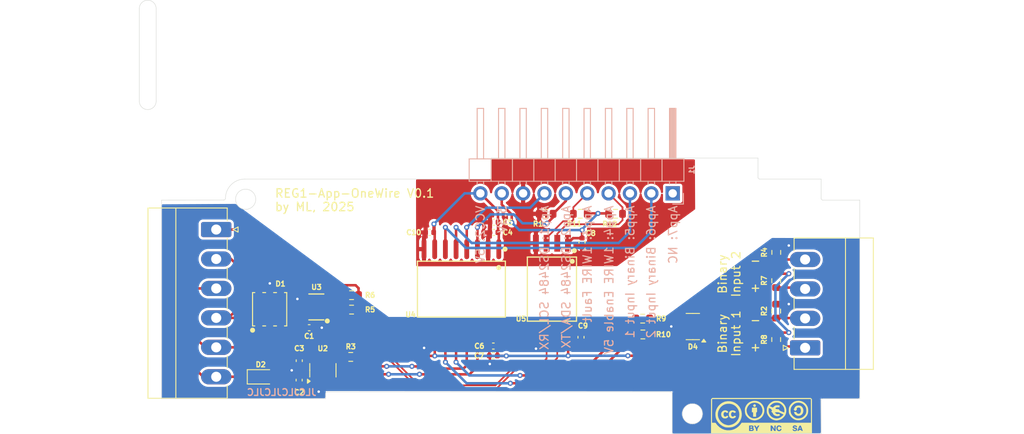
<source format=kicad_pcb>
(kicad_pcb (version 20241229) (generator "pcbnew") (generator_version "9.0")
  (title_block (date "2024-12-03") (rev "V01.10"))
  (layers (0 "F.Cu" signal) (2 "B.Cu" signal) (13 "F.Paste" user) (15 "B.Paste" user) (5 "F.SilkS" user "F.Silkscreen") (7 "B.SilkS" user "B.Silkscreen") (1 "F.Mask" user) (3 "B.Mask" user) (25 "Edge.Cuts" user))
  (net 0 "")
  (net 1 "/OneWire/VCC2")
  (net 2 "/OneWire/I2C1_SDA")
  (net 3 "/OneWire/I2C1_SCL")
  (net 4 "/OneWire/1WIRE_GND")
  (net 7 "/OneWire/1WIRE_VDD")
  (net 8 "Net-(D1-P$4)")
  (net 9 "GND_ISO")
  (net 10 "VCC2_ISO")
  (net 11 "MIC2090_FAULT")
  (net 13 "Net-(D2-A)")
  (net 14 "/OneWire/1WIRE_DATA")
  (net 15 "/OneWire/1WIRE_FAULT")
  (net 16 "/OneWire/1WIRE_ENABLE_5V")
  (net 17 "/OneWire/GND")
  (net 18 "/OneWire/3V3")
  (net 19 "MIC2090_EN")
  (net 20 "/OneWire/BI2")
  (net 21 "/OneWire/BI1")
  (net 22 "Net-(U3-SDA)")
  (net 23 "Net-(U3-SCL)")
  (net 24 "/OneWire/BI1_ISO")
  (net 25 "/OneWire/BI2_ISO")
  (net 26 "Net-(U4-VI3)")
  (net 27 "Net-(U4-VI4)")
  (net 28 "Net-(J2-Pin_3)")
  (net 29 "Net-(J2-Pin_1)")
  (footprint "Capacitor_SMD:C_0402_1005Metric" (layer "F.Cu") (at 109.43 113.6)
    (property "Reference" "C7")
    (property "Value" "10uF/6.3V")
  )
  (footprint "EasyEdaLibary:DS9503P+" (layer "F.Cu") (at 82.85 108.0731)
    (property "Reference" "D1")
    (property "Value" "DS9503P+")
  )
  (footprint "Resistor_SMD:R_0603_1608Metric" (layer "F.Cu") (at 143.07 101.315 -90)
    (property "Reference" "R4")
    (property "Value" "820")
  )
  (footprint "Resistor_SMD:R_0603_1608Metric" (layer "F.Cu") (at 127.215 111.07 180)
    (property "Reference" "R10")
    (property "Value" "100")
  )
  (footprint "Capacitor_SMD:C_0402_1005Metric" (layer "F.Cu") (at 109.5 98.94 180)
    (property "Reference" "C4")
    (property "Value" "10uF/6.3V")
  )
  (footprint "Resistor_SMD:R_0603_1608Metric" (layer "F.Cu") (at 92.59 108.12 180)
    (property "Reference" "R5")
    (property "Value" "10K")
  )
  (footprint "Capacitor_SMD:C_0402_1005Metric" (layer "F.Cu") (at 87.5518 110.27 180)
    (property "Reference" "C1")
    (property "Value" "100nF")
  )
  (footprint "Capacitor_SMD:C_0402_1005Metric" (layer "F.Cu") (at 109.52 97.73 180)
    (property "Reference" "C5")
    (property "Value" "100nF")
  )
  (footprint "Capacitor_SMD:C_0402_1005Metric" (layer "F.Cu") (at 101.87 98.94 180)
    (property "Reference" "C10")
    (property "Value" "100nF")
  )
  (footprint "Resistor_SMD:R_0603_1608Metric" (layer "F.Cu") (at 127.19 109.19 180)
    (property "Reference" "R9")
    (property "Value" "100")
  )
  (footprint "Connector_Phoenix_MC:PhoenixContact_MC_1,5_6-G-3.5_1x06_P3.50mm_Horizontal" (layer "F.Cu") (at 76.5 98.6 -90)
    (property "Reference" "J10" (hide yes))
    (property "Value" "Conn_01x06")
  )
  (footprint "Resistor_SMD:R_0603_1608Metric" (layer "F.Cu") (at 92.59 106.4 180)
    (property "Reference" "R6")
    (property "Value" "10K")
  )
  (footprint "Resistor_SMD:R_0603_1608Metric" (layer "F.Cu") (at 143.06 104.675 -90)
    (property "Reference" "R7")
    (property "Value" "470")
  )
  (footprint "Resistor_SMD:R_0603_1608Metric" (layer "F.Cu") (at 115.715 96.73 180)
    (property "Reference" "R1")
    (property "Value" "10K")
  )
  (footprint "Resistor_SMD:R_0603_1608Metric" (layer "F.Cu") (at 123.97 96.73)
    (property "Reference" "R12")
    (property "Value" "10K")
  )
  (footprint "Connector_Phoenix_MC:PhoenixContact_MC_1,5_4-G-3.5_1x04_P3.50mm_Horizontal" (layer "F.Cu") (at 146.5 112.66 90)
    (property "Reference" "J2" (hide yes))
    (property "Value" "Conn_01x04")
  )
  (footprint "Capacitor_SMD:C_0402_1005Metric" (layer "F.Cu") (at 86.37 114.19 -90)
    (property "Reference" "C3")
    (property "Value" "10uF/6.3V")
  )
  (footprint "Diode_SMD:D_SOD-323" (layer "F.Cu") (at 81.8025 116.11)
    (property "Reference" "D2")
    (property "Value" "1N5819WS")
  )
  (footprint "Package_TO_SOT_SMD:SOT-23-3" (layer "F.Cu") (at 133.1525 110.13 180)
    (property "Reference" "D4")
    (property "Value" "ESDA5V3L")
  )
  (footprint "Resistor_SMD:R_0603_1608Metric" (layer "F.Cu") (at 119.775 96.73 180)
    (property "Reference" "R11")
    (property "Value" "10K")
  )
  (footprint "EasyEdaLibary:DS2484R+T" (layer "F.Cu") (at 88.4009 107.8 90)
    (property "Reference" "U3")
    (property "Value" "DS2484R+T")
  )
  (footprint "Capacitor_SMD:C_0402_1005Metric" (layer "F.Cu") (at 86.36 116.495 90)
    (property "Reference" "C2")
    (property "Value" "10uF/6.3V")
  )
  (footprint "Package_TO_SOT_SMD:SOT-23-5" (layer "F.Cu") (at 89.18 115.3275 90)
    (property "Reference" "U2")
    (property "Value" "MIC2090-1YM5")
  )
  (footprint "Capacitor_SMD:C_0402_1005Metric" (layer "F.Cu") (at 119.86 111.4 90)
    (property "Reference" "C9")
    (property "Value" "0,1uF")
  )
  (footprint "Resistor_SMD:R_0603_1608Metric" (layer "F.Cu") (at 92.49 113.74)
    (property "Reference" "R3")
    (property "Value" "10K")
  )
  (footprint "OpenKNX:CC-BY-NY-SA_12x4" (layer "F.Cu") (at 141.3 120.7)
    (property "Reference" "G*")
    (property "Value" "LOGO" (hide yes))
  )
  (footprint "Resistor_SMD:R_0603_1608Metric" (layer "F.Cu") (at 143.06 108.295 -90)
    (property "Reference" "R2")
    (property "Value" "820")
  )
  (footprint "EasyEdaLibary:CA-IS3643HVW (C7422549)" (layer "F.Cu") (at 105.645 105.6797 180)
    (property "Reference" "U4")
    (property "Value" "CA-IS3643HVW")
  )
  (footprint "Capacitor_SMD:C_0402_1005Metric" (layer "F.Cu") (at 109.44 112.45)
    (property "Reference" "C6")
    (property "Value" "100nF")
  )
  (footprint "Capacitor_SMD:C_0402_1005Metric" (layer "F.Cu") (at 119.98 100.1 -90)
    (property "Reference" "C8")
    (property "Value" "0,1uF")
  )
  (footprint "EasyEdaLibary:CA-IS3020G (C5156914)" (layer "F.Cu") (at 116.405 105.6797 180)
    (property "Reference" "U5")
    (property "Value" "CA-IS3020G")
  )
  (footprint "Resistor_SMD:R_0603_1608Metric" (layer "F.Cu") (at 143.06 111.675 -90)
    (property "Reference" "R8")
    (property "Value" "470")
  )
  (footprint "Connector_PinHeader_2.54mm:PinHeader_1x10_P2.54mm_Horizontal" (layer "B.Cu") (at 130.76 94.3 90)
    (property "Reference" "J1")
    (property "Value" "REG1_App_Connector")
  )
  (gr_line (start 130.5 117.9) (end 89.7 117.9) (stroke (width 0.05)) (layer "Edge.Cuts"))
  (gr_line (start 89.5 118.7) (end 70 118.7) (stroke (width 0.05)) (layer "Edge.Cuts"))
  (gr_line (start 153 95.1) (end 153 118.7) (stroke (width 0.05)) (layer "Edge.Cuts"))
  (gr_line (start 70 95.1) (end 70 118.7) (stroke (width 0.05)) (layer "Edge.Cuts"))
  (gr_line (start 109.2 90.1) (end 140.9 90.1) (stroke (width 0.05)) (layer "Edge.Cuts"))
  (gr_arc (start 141.1 92.6) (mid 140.958579 92.541421) (end 140.9 92.4) (stroke (width 0.05)) (layer "Edge.Cuts"))
  (gr_line (start 70 95.1) (end 77.4 95.091005) (stroke (width 0.05)) (layer "Edge.Cuts"))
  (gr_line (start 148.4 118.9) (end 148.4 122.9) (stroke (width 0.05)) (layer "Edge.Cuts"))
  (gr_arc (start 148.6 95.1) (mid 148.458579 95.041421) (end 148.4 94.9) (stroke (width 0.05)) (layer "Edge.Cuts"))
  (gr_line (start 153 118.7) (end 148.6 118.7) (stroke (width 0.05)) (layer "Edge.Cuts"))
  (gr_line (start 109.2 90.1) (end 109.2 92.4) (stroke (width 0.05)) (layer "Edge.Cuts"))
  (gr_line (start 109 92.6) (end 79.9 92.6) (stroke (width 0.05)) (layer "Edge.Cuts"))
  (gr_line (start 153 95.1) (end 148.6 95.1) (stroke (width 0.05)) (layer "Edge.Cuts"))
  (gr_circle (center 80 95) (end 81.2 95) (stroke (width 0.05)) (fill no) (layer "Edge.Cuts"))
  (gr_arc (start 148.4 118.9) (mid 148.458579 118.758579) (end 148.6 118.7) (stroke (width 0.05)) (layer "Edge.Cuts"))
  (gr_circle (center 133.1 120.5) (end 133.1 121.7) (stroke (width 0.05)) (fill no) (layer "Edge.Cuts"))
  (gr_line (start 67.36 83.34) (end 67.36 72.34) (stroke (width 0.05)) (layer "Edge.Cuts"))
  (gr_line (start 141.1 92.6) (end 148.4 92.6) (stroke (width 0.05)) (layer "Edge.Cuts"))
  (gr_line (start 148.4 122.9) (end 130.7 122.9) (stroke (width 0.05)) (layer "Edge.Cuts"))
  (gr_line (start 89.5 118.7) (end 89.5 118.1) (stroke (width 0.05)) (layer "Edge.Cuts"))
  (gr_arc (start 67.36 72.34) (mid 68.36 71.34) (end 69.36 72.34) (stroke (width 0.05)) (layer "Edge.Cuts"))
  (gr_arc (start 109.2 92.4) (mid 109.141421 92.541421) (end 109 92.6) (stroke (width 0.05)) (layer "Edge.Cuts"))
  (gr_arc (start 130.5 117.9) (mid 130.641421 117.958579) (end 130.7 118.1) (stroke (width 0.05)) (layer "Edge.Cuts"))
  (gr_line (start 69.36 72.34) (end 69.36 83.34) (stroke (width 0.05)) (layer "Edge.Cuts"))
  (gr_arc (start 77.6 94.9) (mid 78.273654 93.273654) (end 79.9 92.6) (stroke (width 0.05)) (layer "Edge.Cuts"))
  (gr_line (start 130.7 122.9) (end 130.7 118.1) (stroke (width 0.05)) (layer "Edge.Cuts"))
  (gr_arc (start 77.591005 94.9) (mid 77.535061 95.035061) (end 77.4 95.091005) (stroke (width 0.05)) (layer "Edge.Cuts"))
  (gr_line (start 148.4 94.9) (end 148.4 92.6) (stroke (width 0.05)) (layer "Edge.Cuts"))
  (gr_arc (start 89.5 118.1) (mid 89.558579 117.958579) (end 89.7 117.9) (stroke (width 0.05)) (layer "Edge.Cuts"))
  (gr_line (start 140.9 90.1) (end 140.9 92.4) (stroke (width 0.05)) (layer "Edge.Cuts"))
  (gr_arc (start 69.36 83.34) (mid 68.36 84.34) (end 67.36 83.34) (stroke (width 0.05)) (layer "Edge.Cuts"))
  (gr_text "-\n\n+" (at 139.88 106.09 0) (layer "F.SilkS") (effects (font (size 1 1)) (justify left bottom)))
  (gr_text "Binary\nInput 1" (at 138.88 110.96 90) (layer "F.SilkS") (effects (font (size 1 1)) (justify bottom)))
  (gr_text "REG1-App-OneWire V0.1\nby ML, 2025" (at 83.4 95.1 0) (layer "F.SilkS") (effects (font (size 1 1)) (justify left)))
  (gr_text "Binary\nInput 2" (at 138.88 103.89 90) (layer "F.SilkS") (effects (font (size 1 1)) (justify bottom)))
  (gr_text "-\n\n+" (at 139.88 113.16 0) (layer "F.SilkS") (effects (font (size 1 1)) (justify left bottom)))
  (gr_text "3.3V" (at 110.5 95.66 90) (layer "B.SilkS") (effects (font (size 1 1)) (justify left mirror)))
  (gr_text "App2: DS2484 SDA/TX" (at 118.1 95.66 90) (layer "B.SilkS") (effects (font (size 1 1)) (justify left mirror)))
  (gr_text "App5: Binary Input 1" (at 125.7 95.66 90) (layer "B.SilkS") (effects (font (size 1 1)) (justify left mirror)))
  (gr_text "App4: 1WIRE Enable 5V" (at 123.2 95.66 90) (layer "B.SilkS") (effects (font (size 1 1)) (justify left mirror)))
  (gr_text "App3: 1WIRE Fault" (at 120.62 95.66 90) (layer "B.SilkS") (effects (font (size 1 1)) (justify left mirror)))
  (gr_text "App6: Binary Input 2" (at 128.2 95.66 90) (layer "B.SilkS") (effects (font (size 1 1)) (justify left mirror)))
  (gr_text "VCC2: 5V" (at 107.9 95.66 90) (layer "B.SilkS") (effects (font (size 1 1)) (justify left mirror)))
  (gr_text "App7: NC" (at 130.8 95.66 90) (layer "B.SilkS") (effects (font (size 1 1)) (justify left mirror)))
  (gr_text "App1: DS2484 SCL/RX" (at 115.5 95.66 90) (layer "B.SilkS") (effects (font (size 1 1)) (justify left mirror)))
  (gr_text "JLCJLCJLCJLC" (at 88.5 117.95 0) (layer "B.SilkS") (effects (font (size 0.8 0.8) (thickness 0.16) (bold yes)) (justify left mirror)))
  (segment (start 102.39 97.95) (end 102.38 97.94) (width 0.4) (layer "F.Cu") (net 1))
  (segment (start 110.0899 100.9294) (end 110.0899 99.0299) (width 0.3) (layer "F.Cu") (net 1))
  (segment (start 110.0899 99.0299) (end 110 98.94) (width 0.3) (layer "F.Cu") (net 1))
  (segment (start 102.4699 99.0599) (end 102.35 98.94) (width 0.3) (layer "F.Cu") (net 1))
  (segment (start 109.99 96.39) (end 109.99 96.78) (width 0.3) (layer "F.Cu") (net 1))
  (segment (start 110 98.94) (end 110 97.73) (width 0.3) (layer "F.Cu") (net 1))
  (segment (start 109.99 97.72) (end 110 97.73) (width 0.3) (layer "F.Cu") (net 1))
  (segment (start 107.9 94.3) (end 109.99 96.39) (width 0.3) (layer "F.Cu") (net 1))
  (segment (start 109.99 96.78) (end 109.99 97.72) (width 0.3) (layer "F.Cu") (net 1))
  (segment (start 110.13 98.94) (end 110.13 99.03) (width 0.3) (layer "F.Cu") (net 1))
  (segment (start 110.0899 99.0499) (end 109.98 98.94) (width 0.3) (layer "F.Cu") (net 1))
  (segment (start 102.4699 100.9294) (end 102.4699 99.0599) (width 0.3) (layer "F.Cu") (net 1))
  (segment (start 102.39 98.94) (end 102.39 97.95) (width 0.4) (layer "F.Cu") (net 1))
  (via (at 102.38 97.94) (size 0.6) (drill 0.3) (layers "F.Cu" "B.Cu") (net 1))
  (segment (start 107.84 94.36) (end 107.9 94.3) (width 0.3) (layer "B.Cu") (net 1))
  (segment (start 106.02 94.3) (end 107.9 94.3) (width 0.3) (layer "B.Cu") (net 1))
  (segment (start 102.38 97.94) (end 106.02 94.3) (width 0.3) (layer "B.Cu") (net 1))
  (segment (start 124.795 97.495) (end 124.32 97.97) (width 0.2) (layer "F.Cu") (net 2))
  (segment (start 118.17 97.97) (end 117.04 99.1) (width 0.2) (layer "F.Cu") (net 2))
  (segment (start 124.795 95.955) (end 124.795 96.73) (width 0.2) (layer "F.Cu") (net 2))
  (segment (start 124.32 97.97) (end 118.17 97.97) (width 0.2) (layer "F.Cu") (net 2))
  (segment (start 124.795 96.73) (end 124.795 97.495) (width 0.2) (layer "F.Cu") (net 2))
  (segment (start 124.795 96.73) (end 124.795 96.135) (width 0.2) (layer "F.Cu") (net 2))
  (segment (start 124.62 96.73) (end 124.62 96.94) (width 0.3) (layer "F.Cu") (net 2))
  (segment (start 117.04 99.1) (end 117.04 100.2296) (width 0.2) (layer "F.Cu") (net 2))
  (segment (start 123.14 94.3) (end 124.795 95.955) (width 0.2) (layer "F.Cu") (net 2))
  (segment (start 120.6 94.3) (end 118.95 95.95) (width 0.2) (layer "F.Cu") (net 3))
  (segment (start 118.76 97.609) (end 117.7406 97.609) (width 0.2) (layer "F.Cu") (net 3))
  (segment (start 118.95 95.95) (end 118.95 96.73) (width 0.2) (layer "F.Cu") (net 3))
  (segment (start 118.95 96.73) (end 118.95 97.419) (width 0.2) (layer "F.Cu") (net 3))
  (segment (start 117.7406 97.609) (end 115.77 99.5796) (width 0.2) (layer "F.Cu") (net 3))
  (segment (start 115.77 99.5796) (end 115.77 100.2296) (width 0.2) (layer "F.Cu") (net 3))
  (segment (start 118.95 97.419) (end 118.76 97.609) (width 0.2) (layer "F.Cu") (net 3))
  (segment (start 79.32 109.1) (end 76.5 109.1) (width 0.3) (layer "F.Cu") (net 4))
  (segment (start 80.1 106.96) (end 80.1 99.87) (width 0.3) (layer "F.Cu") (net 4))
  (segment (start 78.83 98.6) (end 76.5 98.6) (width 0.3) (layer "F.Cu") (net 4))
  (segment (start 79.94 108.48) (end 79.32 109.1) (width 0.3) (layer "F.Cu") (net 4))
  (segment (start 82.85 109) (end 82.33 108.48) (width 0.3) (layer "F.Cu") (net 4))
  (segment (start 77.96 109.1) (end 80.1 106.96) (width 0.3) (layer "F.Cu") (net 4))
  (segment (start 80.1 99.87) (end 78.83 98.6) (width 0.3) (layer "F.Cu") (net 4))
  (segment (start 76.5 109.1) (end 77.96 109.1) (width 0.3) (layer "F.Cu") (net 4))
  (segment (start 82.85 109.8003) (end 82.85 109) (width 0.3) (layer "F.Cu") (net 4))
  (segment (start 82.85 109.8003) (end 82.85 110.0955) (width 0.3) (layer "F.Cu") (net 4))
  (segment (start 82.33 108.48) (end 79.94 108.48) (width 0.3) (layer "F.Cu") (net 4))
  (segment (start 77.4394 109.1) (end 76.5 109.1) (width 0.3) (layer "B.Cu") (net 4))
  (segment (start 74.95 116.1) (end 72.84 113.99) (width 0.3) (layer "F.Cu") (net 7))
  (segment (start 76.5 116.1) (end 74.95 116.1) (width 0.3) (layer "F.Cu") (net 7))
  (segment (start 78.6925 116.1) (end 78.7025 116.11) (width 0.3) (layer "F.Cu") (net 7))
  (segment (start 74.25 105.6) (end 76.5 105.6) (width 0.3) (layer "F.Cu") (net 7))
  (segment (start 72.84 113.99) (end 72.84 107.01) (width 0.3) (layer "F.Cu") (net 7))
  (segment (start 78.7025 116.11) (end 80.7525 116.11) (width 0.3) (layer "F.Cu") (net 7))
  (segment (start 76.5 116.1) (end 78.6925 116.1) (width 0.3) (layer "F.Cu") (net 7))
  (segment (start 72.84 107.01) (end 74.25 105.6) (width 0.3) (layer "F.Cu") (net 7))
  (segment (start 82.46 107.8) (end 81.58 106.92) (width 0.3) (layer "F.Cu") (net 8))
  (segment (start 87.2518 107.8) (end 82.46 107.8) (width 0.3) (layer "F.Cu") (net 8))
  (segment (start 81.58 106.92) (end 81.58 106.3459) (width 0.3) (layer "F.Cu") (net 8))
  (segment (start 101.1999 112.6599) (end 101.21 112.67) (width 0.4) (layer "F.Cu") (net 9))
  (segment (start 101.1999 110.4301) (end 101.1999 112.6599) (width 0.4) (layer "F.Cu") (net 9))
  (segment (start 108.8199 110.4301) (end 108.8199 112.3099) (width 0.4) (layer "F.Cu") (net 9))
  (segment (start 114.98 109.17) (end 114.5 109.65) (width 0.4) (layer "F.Cu") (net 9))
  (segment (start 130.6 110.13) (end 132.015 110.13) (width 0.4) (layer "F.Cu") (net 9))
  (segment (start 119.26 109.17) (end 114.98 109.17) (width 0.4) (layer "F.Cu") (net 9))
  (segment (start 86.155 116.015) (end 86.36 116.015) (width 0.4) (layer "F.Cu") (net 9))
  (segment (start 114.5 112.75) (end 114.51 112.76) (width 0.4) (layer "F.Cu") (net 9))
  (segment (start 119.81 110.87) (end 119.81 109.72) (width 0.4) (layer "F.Cu") (net 9))
  (segment (start 119.81 109.72) (end 119.26 109.17) (width 0.4) (layer "F.Cu") (net 9))
  (segment (start 130.59 110.12) (end 130.6 110.13) (width 0.4) (layer "F.Cu") (net 9))
  (segment (start 108.96 113.53) (end 109.03 113.6) (width 0.3) (layer "F.Cu") (net 9))
  (segment (start 82.85 105.02) (end 82.87 105) (width 0.4) (layer "F.Cu") (net 9))
  (segment (start 114.5 111.1298) (end 114.5 112.75) (width 0.4) (layer "F.Cu") (net 9))
  (segment (start 82.85 106.3459) (end 82.85 105.02) (width 0.4) (layer "F.Cu") (net 9))
  (segment (start 109.02 113.61) (end 109.03 113.6) (width 0.4) (layer "F.Cu") (net 9))
  (segment (start 119.86 110.92) (end 119.81 110.87) (width 0.4) (layer "F.Cu") (net 9))
  (segment (start 143.06 107.47) (end 144.55 107.47) (width 0.4) (layer "F.Cu") (net 9))
  (segment (start 144.56 100.5) (end 143.08 100.5) (width 0.4) (layer "F.Cu") (net 9))
  (segment (start 109.04 113.59) (end 109.03 113.6) (width 0.3) (layer "F.Cu") (net 9))
  (segment (start 85.475 115.125) (end 85.93 114.67) (width 0.4) (layer "F.Cu") (net 9))
  (segment (start 89.18 117.37) (end 88.68 117.87) (width 0.4) (layer "F.Cu") (net 9))
  (segment (start 108.8199 112.3099) (end 108.96 112.45) (width 0.4) (layer "F.Cu") (net 9))
  (segment (start 86.15 106.85) (end 87.2518 106.85) (width 0.4) (layer "F.Cu") (net 9))
  (segment (start 88.0318 110.27) (end 89.05 110.27) (width 0.4) (layer "F.Cu") (net 9))
  (segment (start 85.475 115.335) (end 85.475 115.125) (width 0.4) (layer "F.Cu") (net 9))
  (segment (start 85.93 114.67) (end 86.37 114.67) (width 0.4) (layer "F.Cu") (net 9))
  (segment (start 85.475 115.335) (end 86.155 116.015) (width 0.4) (layer "F.Cu") (net 9))
  (segment (start 144.55 107.47) (end 144.56 107.46) (width 0.3) (layer "F.Cu") (net 9))
  (segment (start 109.03 114.57) (end 109.02 114.58) (width 0.3) (layer "F.Cu") (net 9))
  (segment (start 114.5 109.65) (end 114.5 111.1298) (width 0.4) (layer "F.Cu") (net 9))
  (segment (start 89.18 116.465) (end 89.18 117.37) (width 0.4) (layer "F.Cu") (net 9))
  (segment (start 108.68 110.57) (end 108.82 110.43) (width 0.3) (layer "F.Cu") (net 9))
  (segment (start 108.96 112.45) (end 108.96 113.53) (width 0.3) (layer "F.Cu") (net 9))
  (segment (start 109.03 113.6) (end 109.03 114.57) (width 0.3) (layer "F.Cu") (net 9))
  (via (at 85.475 115.335) (size 0.6) (drill 0.3) (layers "F.Cu" "B.Cu") (net 9))
  (via (at 82.87 105) (size 0.6) (drill 0.3) (layers "F.Cu" "B.Cu") (net 9))
  (via (at 101.21 112.67) (size 0.6) (drill 0.3) (layers "F.Cu" "B.Cu") (net 9))
  (via (at 144.56 100.5) (size 0.6) (drill 0.3) (layers "F.Cu" "B.Cu") (net 9))
  (via (at 86.15 106.85) (size 0.6) (drill 0.3) (layers "F.Cu" "B.Cu") (net 9))
  (via (at 114.51 112.76) (size 0.6) (drill 0.3) (layers "F.Cu" "B.Cu") (net 9))
  (via (at 89.05 110.27) (size 0.6) (drill 0.3) (layers "F.Cu" "B.Cu") (net 9))
  (via (at 144.56 107.46) (size 0.6) (drill 0.3) (layers "F.Cu" "B.Cu") (net 9))
  (via (at 109.02 114.58) (size 0.6) (drill 0.3) (layers "F.Cu" "B.Cu") (net 9))
  (via (at 88.68 117.87) (size 0.6) (drill 0.3) (layers "F.Cu" "B.Cu") (net 9))
  (via (at 130.59 110.12) (size 0.6) (drill 0.3) (layers "F.Cu" "B.Cu") (net 9))
  (segment (start 110.98 113.62) (end 110.01 113.62) (width 0.3) (layer "F.Cu") (net 10))
  (segment (start 109.92 112.45) (end 109.92 113.59) (width 0.3) (layer "F.Cu") (net 10))
  (segment (start 138.69 110.85) (end 143.06 110.85) (width 0.3) (layer "F.Cu") (net 10))
  (segment (start 87.2518 108.75) (end 88.0878 108.75) (width 0.3) (layer "F.Cu") (net 10))
  (segment (start 102.48 113.62) (end 98.915 113.62) (width 0.3) (layer "F.Cu") (net 10))
  (segment (start 110.0899 110.4301) (end 110.0899 112.2801) (width 0.3) (layer "F.Cu") (net 10))
  (segment (start 110.0899 112.2801) (end 109.92 112.45) (width 0.3) (layer "F.Cu") (net 10))
  (segment (start 89.05 105.22) (end 93.07 105.22) (width 0.3) (layer "F.Cu") (net 10))
  (segment (start 89.18 114.95) (end 89.18 112.3782) (width 0.3) (layer "F.Cu") (net 10))
  (segment (start 102.48 110.4402) (end 102.4699 110.4301) (width 0.4) (layer "F.Cu") (net 10))
  (segment (start 87.72 116.975) (end 88.23 116.465) (width 0.3) (layer "F.Cu") (net 10))
  (segment (start 118.33 111.1498) (end 118.33 113.6) (width 0.3) (layer "F.Cu") (net 10))
  (segment (start 93.415 106.4) (end 93.415 108.12) (width 0.3) (layer "F.Cu") (net 10))
  (segment (start 109.92 113.59) (end 109.91 113.6) (width 0.3) (layer "F.Cu") (net 10))
  (segment (start 87.0718 110.27) (end 87.0718 108.93) (width 0.3) (layer "F.Cu") (net 10))
  (segment (start 119.86 111.88) (end 119.0602 111.88) (width 0.3) (layer "F.Cu") (net 10))
  (segment (start 88.39 105.88) (end 89.05 105.22) (width 0.3) (layer "F.Cu") (net 10))
  (segment (start 93.07 105.22) (end 93.415 105.565) (width 0.3) (layer "F.Cu") (net 10))
  (segment (start 89.59 108.79) (end 93.435 112.635) (width 0.3) (layer "F.Cu") (net 10))
  (segment (start 125.43 113.6) (end 135.94 113.6) (width 0.3) (layer "F.Cu") (net 10))
  (segment (start 88.39 108.4478) (end 88.39 106.01) (width 0.3) (layer "F.Cu") (net 10))
  (segment (start 88.23 116.465) (end 88.23 115.9) (width 0.3) (layer "F.Cu") (net 10))
  (segment (start 93.415 108.12) (end 93.46 108.12) (width 0.3) (layer "F.Cu") (net 10))
  (segment (start 118.31 111.1298) (end 118.33 111.1498) (width 0.3) (layer "F.Cu") (net 10))
  (segment (start 102.48 113.56) (end 102.48 112.69) (width 0.3) (layer "F.Cu") (net 10))
  (segment (start 93.315 112.515) (end 93.315 113.74) (width 0.3) (layer "F.Cu") (net 10))
  (segment (start 93.435 112.635) (end 93.435 113.62) (width 0.3) (layer "F.Cu") (net 10))
  (segment (start 93.435 113.62) (end 93.315 113.74) (width 0.3) (layer "F.Cu") (net 10))
  (segment (start 144.56 110.85) (end 143.06 110.85) (width 0.3) (layer "F.Cu") (net 10))
  (segment (start 93.415 105.565) (end 93.415 106.4) (width 0.3) (layer "F.Cu") (net 10))
  (segment (start 119.79 111.9) (end 119.81 111.88) (width 0.3) (layer "F.Cu") (net 10))
  (segment (start 143.06 103.85) (end 144.56 103.85) (width 0.3) (layer "F.Cu") (net 10))
  (segment (start 87.72 116.975) (end 86.36 116.975) (width 0.3) (layer "F.Cu") (net 10))
  (segment (start 88.23 115.9) (end 89.18 114.95) (width 0.3) (layer "F.Cu") (net 10))
  (segment (start 110.01 113.62) (end 109.99 113.6) (width 0.3) (layer "F.Cu") (net 10))
  (segment (start 89.18 112.3782) (end 87.0718 110.27) (width 0.3) (layer "F.Cu") (net 10))
  (segment (start 102.48 112.69) (end 102.48 110.4402) (width 0.3) (layer "F.Cu") (net 10))
  (segment (start 86.355 116.97) (end 86.36 116.975) (width 0.3) (layer "F.Cu") (net 10))
  (segment (start 88.0878 108.75) (end 88.39 108.4478) (width 0.3) (layer "F.Cu") (net 10))
  (segment (start 110 113.59) (end 109.99 113.6) (width 0.3) (layer "F.Cu") (net 10))
  (segment (start 89.55 108.75) (end 87.2518 108.75) (width 0.3) (layer "F.Cu") (net 10))
  (segment (start 119.0602 111.88) (end 118.31 111.1298) (width 0.3) (layer "F.Cu") (net 10))
  (segment (start 135.94 113.6) (end 138.69 110.85) (width 0.3) (layer "F.Cu") (net 10))
  (segment (start 98.915 113.62) (end 93.415 108.12) (width 0.3) (layer "F.Cu") (net 10))
  (via (at 110.98 113.62) (size 0.6) (drill 0.3) (layers "F.Cu" "B.Cu") (net 10))
  (via (at 144.56 103.85) (size 0.6) (drill 0.3) (layers "F.Cu" "B.Cu") (net 10))
  (via (at 125.43 113.6) (size 0.6) (drill 0.3) (layers "F.Cu" "B.Cu") (net 10))
  (via (at 102.48 113.62) (size 0.6) (drill 0.3) (layers "F.Cu" "B.Cu") (net 10))
  (via (at 144.56 110.85) (size 0.6) (drill 0.3) (layers "F.Cu" "B.Cu") (net 10))
  (via (at 118.33 113.6) (size 0.6) (drill 0.3) (layers "F.Cu" "B.Cu") (net 10))
  (segment (start 118.33 113.6) (end 125.43 113.6) (width 0.3) (layer "B.Cu") (net 10))
  (segment (start 118.31 113.62) (end 118.33 113.6) (width 0.3) (layer "B.Cu") (net 10))
  (segment (start 110.98 113.62) (end 103.41 113.62) (width 0.3) (layer "B.Cu") (net 10))
  (segment (start 142.97 109.17) (end 142.97 105.35) (width 0.3) (layer "B.Cu") (net 10))
  (segment (start 117.73 113.62) (end 118.31 113.62) (width 0.3) (layer "B.Cu") (net 10))
  (segment (start 144.56 110.85) (end 144.56 110.76) (width 0.3) (layer "B.Cu") (net 10))
  (segment (start 110.98 113.62) (end 117.73 113.62) (width 0.3) (layer "B.Cu") (net 10))
  (segment (start 143.06 105.35) (end 144.56 103.85) (width 0.3) (layer "B.Cu") (net 10))
  (segment (start 144.56 110.76) (end 142.97 109.17) (width 0.3) (layer "B.Cu") (net 10))
  (segment (start 103.41 113.62) (end 102.54 113.62) (width 0.3) (layer "B.Cu") (net 10))
  (segment (start 102.54 113.62) (end 102.48 113.56) (width 0.3) (layer "B.Cu") (net 10))
  (segment (start 100.739085 114.87) (end 100.997085 115.128) (width 0.3) (layer "F.Cu") (net 11))
  (segment (start 91.215 114.19) (end 91.665 113.74) (width 0.3) (layer "F.Cu") (net 11))
  (segment (start 106.2799 114.736906) (end 106.2799 110.4301) (width 0.3) (layer "F.Cu") (net 11))
  (segment (start 90.13 114.19) (end 91.215 114.19) (width 0.3) (layer "F.Cu") (net 11))
  (segment (start 96.76 114.86) (end 93 114.86) (width 0.3) (layer "F.Cu") (net 11))
  (segment (start 105.888806 115.128) (end 106.2799 114.736906) (width 0.3) (layer "F.Cu") (net 11))
  (segment (start 93 114.86) (end 91.88 113.74) (width 0.3) (layer "F.Cu") (net 11))
  (segment (start 99.76 114.87) (end 100.739085 114.87) (width 0.3) (layer "F.Cu") (net 11))
  (segment (start 90.21 114.11) (end 90.13 114.19) (width 0.2) (layer "F.Cu") (net 11))
  (segment (start 100.997085 115.128) (end 105.888806 115.128) (width 0.3) (layer "F.Cu") (net 11))
  (via (at 96.76 114.86) (size 0.6) (drill 0.3) (layers "F.Cu" "B.Cu") (net 11))
  (via (at 99.76 114.86) (size 0.6) (drill 0.3) (layers "F.Cu" "B.Cu") (net 11))
  (segment (start 96.76 114.86) (end 99.76 114.86) (width 0.3) (layer "B.Cu") (net 11))
  (segment (start 82.8525 116.11) (end 83.24 116.11) (width 0.3) (layer "F.Cu") (net 13))
  (segment (start 87.75 113.71) (end 88.23 114.19) (width 0.3) (layer "F.Cu") (net 13))
  (segment (start 86.37 113.71) (end 85.64 113.71) (width 0.3) (layer "F.Cu") (net 13))
  (segment (start 86.37 113.71) (end 87.75 113.71) (width 0.3) (layer "F.Cu") (net 13))
  (segment (start 83.24 116.11) (end 85.64 113.71) (width 0.3) (layer "F.Cu") (net 13))
  (segment (start 76.5 112.6) (end 78.7803 112.6) (width 0.3) (layer "F.Cu") (net 14))
  (segment (start 78.26 102.1) (end 79.18 103.02) (width 0.3) (layer "F.Cu") (net 14))
  (segment (start 78.7803 112.6) (end 81.58 109.8003) (width 0.3) (layer "F.Cu") (net 14))
  (segment (start 74.99 107.19) (end 73.94 108.24) (width 0.3) (layer "F.Cu") (net 14))
  (segment (start 75.18 112.6) (end 76.5 112.6) (width 0.3) (layer "F.Cu") (net 14))
  (segment (start 73.94 108.24) (end 73.94 111.36) (width 0.3) (layer "F.Cu") (net 14))
  (segment (start 73.94 111.36) (end 75.18 112.6) (width 0.3) (layer "F.Cu") (net 14))
  (segment (start 79.18 103.02) (end 79.18 106.42) (width 0.3) (layer "F.Cu") (net 14))
  (segment (start 79.18 106.42) (end 78.41 107.19) (width 0.3) (layer "F.Cu") (net 14))
  (segment (start 78.41 107.19) (end 74.99 107.19) (width 0.3) (layer "F.Cu") (net 14))
  (segment (start 76.5 102.1) (end 78.26 102.1) (width 0.3) (layer "F.Cu") (net 14))
  (segment (start 106.2799 100.9294) (end 106.2799 98.3499) (width 0.3) (layer "F.Cu") (net 15))
  (segment (start 106.2799 98.3499) (end 106.27 98.34) (width 0.4) (layer "F.Cu") (net 15))
  (via (at 106.27 98.34) (size 0.6) (drill 0.3) (layers "F.Cu" "B.Cu") (net 15))
  (segment (start 113.815 96.005) (end 108.605 96.005) (width 0.3) (layer "B.Cu") (net 15))
  (segment (start 115.52 94.3) (end 113.815 96.005) (width 0.3) (layer "B.Cu") (net 15))
  (segment (start 108.605 96.005) (end 106.27 98.34) (width 0.3) (layer "B.Cu") (net 15))
  (segment (start 116.54 97.14) (end 115.83 97.85) (width 0.3) (layer "F.Cu") (net 16))
  (segment (start 116.54 96.73) (end 118.06 95.21) (width 0.3) (layer "F.Cu") (net 16))
  (segment (start 107.5499 98.34) (end 107.5499 100.9294) (width 0.3) (layer "F.Cu") (net 16))
  (segment (start 118.06 95.21) (end 118.06 94.3) (width 0.3) (layer "F.Cu") (net 16))
  (segment (start 116.54 96.73) (end 116.54 97.14) (width 0.3) (layer "F.Cu") (net 16))
  (via (at 107.5499 98.34) (size 0.6) (drill 0.3) (layers "F.Cu" "B.Cu") (net 16))
  (via (at 115.83 97.85) (size 0.6) (drill 0.3) (layers "F.Cu" "B.Cu") (net 16))
  (segment (start 109.0899 96.8) (end 107.5499 98.34) (width 0.3) (layer "B.Cu") (net 16))
  (segment (start 112.91 97.85) (end 111.86 96.8) (width 0.3) (layer "B.Cu") (net 16))
  (segment (start 115.83 97.85) (end 112.91 97.85) (width 0.3) (layer "B.Cu") (net 16))
  (segment (start 107.7699 98.12) (end 107.5499 98.34) (width 0.3) (layer "B.Cu") (net 16))
  (segment (start 111.86 96.8) (end 109.0899 96.8) (width 0.3) (layer "B.Cu") (net 16))
  (segment (start 119.98 101.57) (end 119.09 102.46) (width 0.4) (layer "F.Cu") (net 17))
  (segment (start 119.98 100.58) (end 119.98 101.57) (width 0.4) (layer "F.Cu") (net 17))
  (segment (start 109.04 98.94) (end 109.04 97.73) (width 0.3) (layer "F.Cu") (net 17))
  (segment (start 109.03 99.13) (end 109.22 98.94) (width 0.16) (layer "F.Cu") (net 17))
  (segment (start 115.09 102.46) (end 114.5 101.87) (width 0.4) (layer "F.Cu") (net 17))
  (segment (start 114.5 101.87) (end 114.5 100.2296) (width 0.4) (layer "F.Cu") (net 17))
  (segment (start 119.09 102.46) (end 115.09 102.46) (width 0.4) (layer "F.Cu") (net 17))
  (segment (start 101.1999 100.9294) (end 101.1999 99.1301) (width 0.4) (layer "F.Cu") (net 17))
  (segment (start 108.95 99.03) (end 109.04 98.94) (width 0.3) (layer "F.Cu") (net 17))
  (segment (start 108.8199 100.9294) (end 108.8199 99.1401) (width 0.4) (layer "F.Cu") (net 17))
  (segment (start 109.17 98.94) (end 109.17 99.03) (width 0.3) (layer "F.Cu") (net 17))
  (segment (start 101.1999 99.1301) (end 101.39 98.94) (width 0.4) (layer "F.Cu") (net 17))
  (segment (start 108.8199 99.1601) (end 109.04 98.94) (width 0.4) (layer "F.Cu") (net 17))
  (segment (start 111.63 96.82) (end 110.44 95.63) (width 0.3) (layer "F.Cu") (net 18))
  (segment (start 119.98 99.62) (end 118.9196 99.62) (width 0.3) (layer "F.Cu") (net 18))
  (segment (start 111.63 97.76) (end 111.63 96.82) (width 0.3) (layer "F.Cu") (net 18))
  (segment (start 122.94 96.73) (end 123.145 96.73) (width 0.2) (layer "F.Cu") (net 18))
  (segment (start 123.095 96.68) (end 123.145 96.73) (width 0.3) (layer "F.Cu") (net 18))
  (segment (start 120.65 96.68) (end 120.6 96.73) (width 0.3) (layer "F.Cu") (net 18))
  (segment (start 110.44 95.63) (end 110.44 94.3) (width 0.3) (layer "F.Cu") (net 18))
  (segment (start 121.88 96.68) (end 123.095 96.68) (width 0.3) (layer "F.Cu") (net 18))
  (segment (start 119.99 99.61) (end 119.98 99.62) (width 0.3) (layer "F.Cu") (net 18))
  (segment (start 123.135 96.74) (end 123.145 96.73) (width 0.3) (layer "F.Cu") (net 18))
  (segment (start 118.9196 99.62) (end 118.31 100.2296) (width 0.3) (layer "F.Cu") (net 18))
  (segment (start 119.99 98.66) (end 119.99 99.61) (width 0.3) (layer "F.Cu") (net 18))
  (segment (start 121.88 96.68) (end 120.65 96.68) (width 0.3) (layer "F.Cu") (net 18))
  (via (at 111.63 97.76) (size 0.6) (drill 0.3) (layers "F.Cu" "B.Cu") (net 18))
  (via (at 121.88 96.68) (size 0.6) (drill 0.3) (layers "F.Cu" "B.Cu") (net 18))
  (via (at 119.99 98.66) (size 0.6) (drill 0.3) (layers "F.Cu" "B.Cu") (net 18))
  (segment (start 110.44 94.57) (end 110.44 94.3) (width 0.3) (layer "B.Cu") (net 18))
  (segment (start 119.99 98.57) (end 121.88 96.68) (width 0.3) (layer "B.Cu") (net 18))
  (segment (start 112.53 98.66) (end 111.63 97.76) (width 0.3) (layer "B.Cu") (net 18))
  (segment (start 119.99 98.66) (end 119.99 98.57) (width 0.3) (layer "B.Cu") (net 18))
  (segment (start 119.99 98.66) (end 112.53 98.66) (width 0.3) (layer "B.Cu") (net 18))
  (segment (start 107.5499 114.8701) (end 107.5499 110.4301) (width 0.3) (layer "F.Cu") (net 19))
  (segment (start 92.84 115.8) (end 92.175 116.465) (width 0.3) (layer "F.Cu") (net 19))
  (segment (start 96.99 115.8) (end 92.84 115.8) (width 0.3) (layer "F.Cu") (net 19))
  (segment (start 106.61 115.81) (end 107.5499 114.8701) (width 0.3) (layer "F.Cu") (net 19))
  (segment (start 100.66 115.81) (end 106.61 115.81) (width 0.3) (layer "F.Cu") (net 19))
  (segment (start 92.175 116.465) (end 90.13 116.465) (width 0.3) (layer "F.Cu") (net 19))
  (via (at 96.99 115.8) (size 0.6) (drill 0.3) (layers "F.Cu" "B.Cu") (net 19))
  (via (at 100.66 115.8) (size 0.6) (drill 0.3) (layers "F.Cu" "B.Cu") (net 19))
  (segment (start 96.99 115.8) (end 100.66 115.8) (width 0.3) (layer "B.Cu") (net 19))
  (segment (start 103.7399 98.34) (end 103.7399 100.9294) (width 0.3) (layer "F.Cu") (net 20))
  (via (at 103.7399 98.34) (size 0.6) (drill 0.3) (layers "F.Cu" "B.Cu") (net 20))
  (segment (start 125.01 100.79) (end 126.29 100.79) (width 0.3) (layer "B.Cu") (net 20))
  (segment (start 106.1899 100.79) (end 125.01 100.79) (width 0.3) (layer "B.Cu") (net 20))
  (segment (start 126.29 100.79) (end 128.22 98.86) (width 0.3) (layer "B.Cu") (net 20))
  (segment (start 103.7399 98.34) (end 106.1899 100.79) (width 0.3) (layer "B.Cu") (net 20))
  (segment (start 128.22 98.86) (end 128.22 94.3) (width 0.3) (layer "B.Cu") (net 20))
  (segment (start 105.0099 98.34) (end 105.0099 100.9294) (width 0.3) (layer "F.Cu") (net 21))
  (via (at 105.0099 98.34) (size 0.6) (drill 0.3) (layers "F.Cu" "B.Cu") (net 21))
  (segment (start 105.0099 98.34) (end 106.8649 100.195) (width 0.3) (layer "B.Cu") (net 21))
  (segment (start 106.8649 100.195) (end 124.335 100.195) (width 0.3) (layer "B.Cu") (net 21))
  (segment (start 125.68 98.85) (end 125.68 94.3) (width 0.3) (layer "B.Cu") (net 21))
  (segment (start 124.335 100.195) (end 125.68 98.85) (width 0.3) (layer "B.Cu") (net 21))
  (segment (start 89.6 107.75) (end 89.55 107.8) (width 0.16) (layer "F.Cu") (net 22))
  (segment (start 100.48 117.48) (end 109.84 117.48) (width 0.2) (layer "F.Cu") (net 22))
  (segment (start 112.22 115.1) (end 115.81 115.1) (width 0.2) (layer "F.Cu") (net 22))
  (segment (start 90.93 108.12) (end 90.61 107.8) (width 0.2) (layer "F.Cu") (net 22))
  (segment (start 91.765 108.12) (end 91.765 108.764999) (width 0.2) (layer "F.Cu") (net 22))
  (segment (start 109.84 117.48) (end 112.22 115.1) (width 0.2) (layer "F.Cu") (net 22))
  (segment (start 117.04 113.87) (end 117.04 111.1298) (width 0.2) (layer "F.Cu") (net 22))
  (segment (start 115.81 115.1) (end 117.04 113.87) (width 0.2) (layer "F.Cu") (net 22))
  (segment (start 90.61 107.8) (end 89.55 107.8) (width 0.2) (layer "F.Cu") (net 22))
  (segment (start 91.765 108.12) (end 90.93 108.12) (width 0.2) (layer "F.Cu") (net 22))
  (segment (start 91.765 108.764999) (end 100.48 117.48) (width 0.2) (layer "F.Cu") (net 22))
  (segment (start 92.66 107.36) (end 92.66 107.09) (width 0.2) (layer "F.Cu") (net 23))
  (segment (start 115.06 114.65) (end 112.159468 114.65) (width 0.2) (layer "F.Cu") (net 23))
  (segment (start 92.66 107.09) (end 92.531 106.961) (width 0.2) (layer "F.Cu") (net 23))
  (segment (start 100.629532 117.119) (end 92.665266 109.154734) (width 0.2) (layer "F.Cu") (net 23))
  (segment (start 92.665266 109.154734) (end 92.665266 107.365266) (width 0.2) (layer "F.Cu") (net 23))
  (segment (start 89.55 106.85) (end 90.35 106.85) (width 0.2) (layer "F.Cu") (net 23))
  (segment (start 92.531 106.961) (end 92.491 106.961) (width 0.2) (layer "F.Cu") (net 23))
  (segment (start 90.35 106.85) (end 90.8 106.4) (width 0.2) (layer "F.Cu") (net 23))
  (segment (start 112.159468 114.65) (end 109.690468 117.119) (width 0.2) (layer "F.Cu") (net 23))
  (segment (start 109.690468 117.119) (end 100.629532 117.119) (width 0.2) (layer "F.Cu") (net 23))
  (segment (start 92.665266 107.365266) (end 92.66 107.36) (width 0.2) (layer "F.Cu") (net 23))
  (segment (start 115.77 111.1298) (end 115.77 113.94) (width 0.2) (layer "F.Cu") (net 23))
  (segment (start 90.8 106.4) (end 91.765 106.4) (width 0.2) (layer "F.Cu") (net 23))
  (segment (start 115.77 113.94) (end 115.06 114.65) (width 0.2) (layer "F.Cu") (net 23))
  (segment (start 92.491 106.961) (end 91.93 106.4) (width 0.2) (layer "F.Cu") (net 23))
  (segment (start 143.06 109.12) (end 137.78 109.12) (width 0.3) (layer "F.Cu") (net 24))
  (segment (start 135.82 111.08) (end 134.29 111.08) (width 0.3) (layer "F.Cu") (net 24))
  (segment (start 128.04 111.07) (end 134.28 111.07) (width 0.3) (layer "F.Cu") (net 24))
  (segment (start 137.78 109.12) (end 135.82 111.08) (width 0.3) (layer "F.Cu") (net 24))
  (segment (start 143.06 109.12) (end 146.46 109.12) (width 0.3) (layer "F.Cu") (net 24))
  (segment (start 135.88 109.18) (end 134.29 109.18) (width 0.3) (layer "F.Cu") (net 25))
  (segment (start 128.015 109.19) (end 134.28 109.19) (width 0.3) (layer "F.Cu") (net 25))
  (segment (start 146.5 102.16) (end 143.23 102.16) (width 0.3) (layer "F.Cu") (net 25))
  (segment (start 142.92 102.14) (end 135.88 109.18) (width 0.3) (layer "F.Cu") (net 25))
  (segment (start 134.28 109.19) (end 134.29 109.18) (width 0.3) (layer "F.Cu") (net 25))
  (segment (start 112.61 115.94) (end 119.615 115.94) (width 0.3) (layer "F.Cu") (net 26))
  (segment (start 105.0099 110.4301) (end 105.0099 114.36) (width 0.3) (layer "F.Cu") (net 26))
  (segment (start 119.615 115.94) (end 126.365 109.19) (width 0.3) (layer "F.Cu") (net 26))
  (via (at 112.61 115.94) (size 0.6) (drill 0.3) (layers "F.Cu" "B.Cu") (net 26))
  (via (at 105.0099 114.36) (size 0.6) (drill 0.3) (layers "F.Cu" "B.Cu") (net 26))
  (segment (start 112.61 115.94) (end 106.5899 115.94) (width 0.3) (layer "B.Cu") (net 26))
  (segment (start 106.5899 115.94) (end 105.0099 114.36) (width 0.3) (layer "B.Cu") (net 26))
  (segment (start 103.75 110.44) (end 103.74 110.43) (width 0.3) (layer "F.Cu") (net 27))
  (segment (start 103.75 110.4402) (end 103.7399 110.4301) (width 0.4) (layer "F.Cu") (net 27))
  (segment (start 103.7399 114.3499) (end 103.75 114.36) (width 0.4) (layer "F.Cu") (net 27))
  (segment (start 103.7399 110.4301) (end 103.7399 114.3499) (width 0.3) (layer "F.Cu") (net 27))
  (segment (start 120.59 116.87) (end 126.39 111.07) (width 0.3) (layer "F.Cu") (net 27))
  (segment (start 111.46 116.87) (end 120.59 116.87) (width 0.3) (layer "F.Cu") (net 27))
  (via (at 103.75 114.36) (size 0.6) (drill 0.3) (layers "F.Cu" "B.Cu") (net 27))
  (via (at 111.46 116.87) (size 0.6) (drill 0.3) (layers "F.Cu" "B.Cu") (net 27))
  (segment (start 111.46 116.87) (end 106.26 116.87) (width 0.3) (layer "B.Cu") (net 27))
  (segment (start 106.26 116.87) (end 103.75 114.36) (width 0.3) (layer "B.Cu") (net 27))
  (segment (start 143.06 105.5) (end 146.34 105.5) (width 0.3) (layer "F.Cu") (net 28))
  (segment (start 144.93 105.5) (end 146.5 105.5) (width 0.16) (layer "B.Cu") (net 28))
  (segment (start 143.06 112.5) (end 146.34 112.5) (width 0.3) (layer "F.Cu") (net 29))
  (zone (net 17) (net_name "/OneWire/GND") (layer "F.Cu") (priority 1) (connect_pads (clearance 0.3)) (min_thickness 0.25) (fill yes (thermal_gap 0.3) (thermal_bridge_width 0.5))
    (polygon (pts (xy 106.618348 92.629616) (xy 106.59 90.22) (xy 133.399309 90.257575) (xy 133.43 96.19) (xy 124.16 102.949887) (xy 100.264905 102.970895) (xy 100.25 92.63)))
  )
  (zone (net 9) (net_name "GND_ISO") (layer "B.Cu") (connect_pads (clearance 0.3)) (min_thickness 0.25) (fill yes (thermal_gap 0.3) (thermal_bridge_width 0.5))
    (polygon (pts (xy 129.873389 108.938601) (xy 142.563617 99.597918) (xy 153.1 99.63) (xy 152.95 118.73) (xy 148.34 118.69) (xy 148.38 122.81) (xy 130.74 122.84) (xy 130.74 117.82) (xy 89.52 117.79) (xy 89.46 118.65) (xy 78.84 118.67) (xy 70 118.65) (xy 69.96 95.6) (xy 78.807861 95.550722) (xy 93.69644 106.553432) (xy 96.991586 108.988556)))
  )
)
</source>
